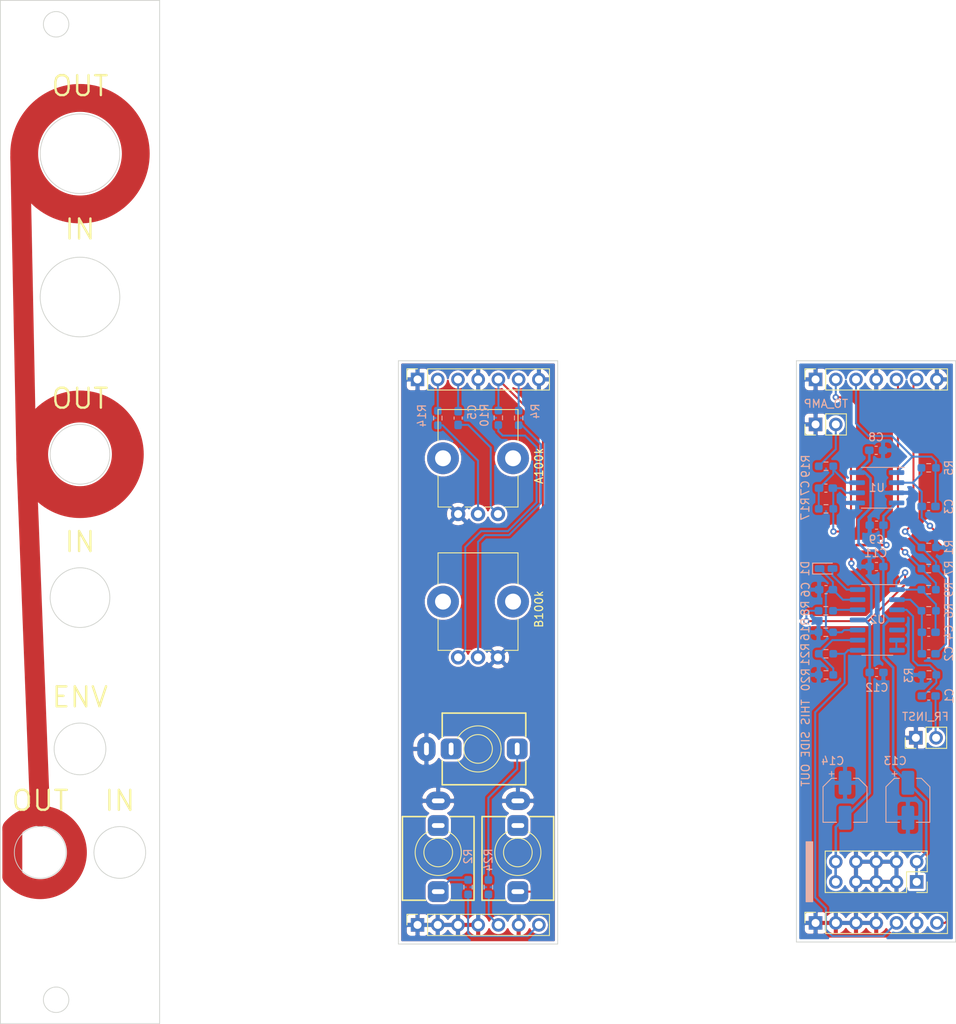
<source format=kicad_pcb>
(kicad_pcb (version 20171130) (host pcbnew "(5.1.10)-1")
  (layers (0 F.Cu signal) (31 B.Cu signal) (34 B.Paste user) (35 F.Paste user) (36 B.SilkS user) (37 F.SilkS user) (38 B.Mask user) (39 F.Mask user) (44 Edge.Cuts user))
  (net 0 "")
  (net 1 "Net-(C1-Pad2)")
  (net 2 "Net-(C1-Pad1)")
  (net 3 "Net-(C2-Pad1)")
  (net 4 "Net-(C4-Pad1)")
  (net 5 OUT_AMP_1_B)
  (net 6 "Net-(C6-Pad2)")
  (net 7 GND)
  (net 8 "Net-(C7-Pad1)")
  (net 9 +12V)
  (net 10 -12V)
  (net 11 "Net-(D1-Pad2)")
  (net 12 "Net-(J2-PadTN)")
  (net 13 GND_P)
  (net 14 FR_MOD_P)
  (net 15 "Net-(J3-PadTN)")
  (net 16 "Net-(J4-Pad2)")
  (net 17 ENV_B)
  (net 18 FR_MOD_B)
  (net 19 ENV_P)
  (net 20 "Net-(J7-PadTN)")
  (net 21 INST_AMP_2_B)
  (net 22 INST_AMP_3_B)
  (net 23 OUT_AMP_2_B)
  (net 24 INST_AMP_2_P)
  (net 25 INST_AMT_3_P)
  (net 26 OUT_AMP_1_P)
  (net 27 OUT_AMP_2_P)
  (net 28 "Net-(R8-Pad2)")
  (net 29 "Net-(R20-Pad2)")
  (net 30 "Net-(U2-Pad6)")
  (net 31 "Net-(U2-Pad5)")
  (net 32 "Net-(C5-Pad2)")
  (net 33 "Net-(J2-PadT)")
  (net 34 "Net-(J7-PadT)")
  (net 35 "Net-(R4-Pad2)")
  (net 36 "Net-(R10-Pad2)")
  (net 37 "Net-(R14-Pad1)")
  (module Resistor_SMD:R_0603_1608Metric_Pad0.98x0.95mm_HandSolder (layer B.Cu) (at 153.6875 129.35 180)
    (fp_text reference R16 (at 2.5875 0.35 90) (layer B.SilkS) (effects (justify mirror)))
    (fp_text value 10k)
    (pad 2 smd roundrect (at 0.9125 0 180) (size 0.975 0.95) (layers B.Cu B.Paste B.Mask) (net 7 GND))
    (pad 1 smd roundrect (at -0.9125 0 180) (size 0.975 0.95) (layers B.Cu B.Paste B.Mask) (net 6 "Net-(C6-Pad2)"))
  )
  (module Resistor_SMD:R_0603_1608Metric_Pad0.98x0.95mm_HandSolder (layer B.Cu) (at 153.6875 126.65)
    (fp_text reference R8 (at -2.5875 -0.3 90) (layer B.SilkS) (effects (justify mirror)))
    (fp_text value 1k)
    (pad 2 smd roundrect (at 0.9125 0) (size 0.975 0.95) (layers B.Cu B.Paste B.Mask) (net 28 "Net-(R8-Pad2)"))
    (pad 1 smd roundrect (at -0.9125 0) (size 0.975 0.95) (layers B.Cu B.Paste B.Mask) (net 4 "Net-(C4-Pad1)"))
  )
  (module Resistor_SMD:R_0603_1608Metric_Pad0.98x0.95mm_HandSolder (layer B.Cu) (at 153.7125 134.7)
    (fp_text reference R20 (at -2.5625 0.6 90) (layer B.SilkS) (effects (justify mirror)))
    (fp_text value 470k)
    (pad 2 smd roundrect (at 0.9125 0) (size 0.975 0.95) (layers B.Cu B.Paste B.Mask) (net 29 "Net-(R20-Pad2)"))
    (pad 1 smd roundrect (at -0.9125 0) (size 0.975 0.95) (layers B.Cu B.Paste B.Mask) (net 7 GND))
  )
  (module Resistor_SMD:R_0603_1608Metric_Pad0.98x0.95mm_HandSolder (layer B.Cu) (at 153.7125 132.05 180)
    (fp_text reference R21 (at 2.6125 -0.1 90) (layer B.SilkS) (effects (justify mirror)))
    (fp_text value 470k)
    (pad 2 smd roundrect (at 0.9125 0 180) (size 0.975 0.95) (layers B.Cu B.Paste B.Mask) (net 29 "Net-(R20-Pad2)"))
    (pad 1 smd roundrect (at -0.9125 0 180) (size 0.975 0.95) (layers B.Cu B.Paste B.Mask) (net 17 ENV_B))
  )
  (module Capacitor_SMD:C_0603_1608Metric_Pad1.08x0.95mm_HandSolder (layer B.Cu) (at 153.7125 124)
    (fp_text reference C6 (at -2.5625 0 90) (layer B.SilkS) (effects (justify mirror)))
    (fp_text value 10u)
    (pad 2 smd roundrect (at 0.8625 0) (size 1.075 0.95) (layers B.Cu B.Paste B.Mask) (net 6 "Net-(C6-Pad2)"))
    (pad 1 smd roundrect (at -0.8625 0) (size 1.075 0.95) (layers B.Cu B.Paste B.Mask) (net 7 GND))
  )
  (module Diode_SMD:D_0603_1608Metric_Castellated (layer B.Cu) (at 153.7125 121.35)
    (fp_text reference D1 (at -2.6125 0 90) (layer B.SilkS) (effects (justify mirror)))
    (fp_text value D)
    (pad 2 smd roundrect (at 0.8125 0) (size 1.225 0.85) (layers B.Cu B.Paste B.Mask) (net 11 "Net-(D1-Pad2)"))
    (pad 1 smd roundrect (at -0.8125 0) (size 1.225 0.85) (layers B.Cu B.Paste B.Mask) (net 6 "Net-(C6-Pad2)"))
  )
  (module Connector_PinSocket_2.54mm:PinSocket_2x05_P2.54mm_Vertical (layer F.Cu) (at 165.1 160.7 270)
    (fp_text reference J8)
    (fp_text value Conn_02x05_Odd_Even)
    (pad 10 thru_hole oval (at -2.54 10.16 270) (size 1.7 1.7) (drill 1) (layers *.Cu *.Mask) (net 10 -12V))
    (pad 9 thru_hole oval (at 0 10.16 270) (size 1.7 1.7) (drill 1) (layers *.Cu *.Mask) (net 10 -12V))
    (pad 8 thru_hole oval (at -2.54 7.62 270) (size 1.7 1.7) (drill 1) (layers *.Cu *.Mask) (net 7 GND))
    (pad 7 thru_hole oval (at 0 7.62 270) (size 1.7 1.7) (drill 1) (layers *.Cu *.Mask) (net 7 GND))
    (pad 6 thru_hole oval (at -2.54 5.08 270) (size 1.7 1.7) (drill 1) (layers *.Cu *.Mask) (net 7 GND))
    (pad 5 thru_hole oval (at 0 5.08 270) (size 1.7 1.7) (drill 1) (layers *.Cu *.Mask) (net 7 GND))
    (pad 4 thru_hole oval (at -2.54 2.54 270) (size 1.7 1.7) (drill 1) (layers *.Cu *.Mask) (net 7 GND))
    (pad 3 thru_hole oval (at 0 2.54 270) (size 1.7 1.7) (drill 1) (layers *.Cu *.Mask) (net 7 GND))
    (pad 2 thru_hole oval (at -2.54 0 270) (size 1.7 1.7) (drill 1) (layers *.Cu *.Mask) (net 9 +12V))
    (pad 1 thru_hole rect (at 0 0 270) (size 1.7 1.7) (drill 1) (layers *.Cu *.Mask) (net 9 +12V))
  )
  (module Capacitor_SMD:CP_Elec_5x5.4 (layer B.Cu) (at 156.1 150.45 270)
    (fp_text reference C14 (at -4.95 1.55) (layer B.SilkS) (effects (justify mirror)))
    (fp_text value 10u)
    (pad 2 smd roundrect (at 2.2 0 270) (size 3 1.6) (layers B.Cu B.Paste B.Mask) (roundrect_rratio 0.15625) (net 10 -12V))
    (pad 1 smd roundrect (at -2.2 0 270) (size 3 1.6) (layers B.Cu B.Paste B.Mask) (roundrect_rratio 0.15625) (net 7 GND))
  )
  (module Capacitor_SMD:CP_Elec_5x5.4 (layer B.Cu) (at 164 150.45 270)
    (fp_text reference C13 (at -4.95 1.6) (layer B.SilkS) (effects (justify mirror)))
    (fp_text value 10u)
    (pad 2 smd roundrect (at 2.2 0 270) (size 3 1.6) (layers B.Cu B.Paste B.Mask) (roundrect_rratio 0.15625) (net 7 GND))
    (pad 1 smd roundrect (at -2.2 0 270) (size 3 1.6) (layers B.Cu B.Paste B.Mask) (roundrect_rratio 0.15625) (net 9 +12V))
  )
  (module Package_SO:SOIC-14_3.9x8.7mm_P1.27mm (layer B.Cu) (at 160.15 127.8 180)
    (fp_text reference U2 (at -0.05 0.05) (layer B.SilkS) (effects (justify mirror)))
    (fp_text value TL074)
    (pad 14 smd roundrect (at 2.475 3.81 180) (size 1.95 0.6) (layers B.Cu B.Paste B.Mask) (net 11 "Net-(D1-Pad2)"))
    (pad 13 smd roundrect (at 2.475 2.54 180) (size 1.95 0.6) (layers B.Cu B.Paste B.Mask) (net 6 "Net-(C6-Pad2)"))
    (pad 12 smd roundrect (at 2.475 1.27 180) (size 1.95 0.6) (layers B.Cu B.Paste B.Mask) (net 28 "Net-(R8-Pad2)"))
    (pad 11 smd roundrect (at 2.475 0 180) (size 1.95 0.6) (layers B.Cu B.Paste B.Mask) (net 10 -12V))
    (pad 10 smd roundrect (at 2.475 -1.27 180) (size 1.95 0.6) (layers B.Cu B.Paste B.Mask) (net 6 "Net-(C6-Pad2)"))
    (pad 9 smd roundrect (at 2.475 -2.54 180) (size 1.95 0.6) (layers B.Cu B.Paste B.Mask) (net 29 "Net-(R20-Pad2)"))
    (pad 8 smd roundrect (at 2.475 -3.81 180) (size 1.95 0.6) (layers B.Cu B.Paste B.Mask) (net 17 ENV_B))
    (pad 7 smd roundrect (at -2.475 -3.81 180) (size 1.95 0.6) (layers B.Cu B.Paste B.Mask) (net 30 "Net-(U2-Pad6)"))
    (pad 6 smd roundrect (at -2.475 -2.54 180) (size 1.95 0.6) (layers B.Cu B.Paste B.Mask) (net 30 "Net-(U2-Pad6)"))
    (pad 5 smd roundrect (at -2.475 -1.27 180) (size 1.95 0.6) (layers B.Cu B.Paste B.Mask) (net 31 "Net-(U2-Pad5)"))
    (pad 4 smd roundrect (at -2.475 0 180) (size 1.95 0.6) (layers B.Cu B.Paste B.Mask) (net 9 +12V))
    (pad 3 smd roundrect (at -2.475 1.27 180) (size 1.95 0.6) (layers B.Cu B.Paste B.Mask) (net 2 "Net-(C1-Pad1)"))
    (pad 2 smd roundrect (at -2.475 2.54 180) (size 1.95 0.6) (layers B.Cu B.Paste B.Mask) (net 3 "Net-(C2-Pad1)"))
    (pad 1 smd roundrect (at -2.475 3.81 180) (size 1.95 0.6) (layers B.Cu B.Paste B.Mask) (net 4 "Net-(C4-Pad1)"))
  )
  (module Package_SO:SOIC-8_3.9x4.9mm_P1.27mm (layer B.Cu) (at 160.1 111.2 180)
    (fp_text reference U1 (at 0 0) (layer B.SilkS) (effects (justify mirror)))
    (fp_text value TL072)
    (pad 8 smd roundrect (at 2.475 1.905 180) (size 1.95 0.6) (layers B.Cu B.Paste B.Mask) (net 9 +12V))
    (pad 7 smd roundrect (at 2.475 0.635 180) (size 1.95 0.6) (layers B.Cu B.Paste B.Mask) (net 8 "Net-(C7-Pad1)"))
    (pad 6 smd roundrect (at 2.475 -0.635 180) (size 1.95 0.6) (layers B.Cu B.Paste B.Mask) (net 23 OUT_AMP_2_B))
    (pad 5 smd roundrect (at 2.475 -1.905 180) (size 1.95 0.6) (layers B.Cu B.Paste B.Mask) (net 7 GND))
    (pad 4 smd roundrect (at -2.475 -1.905 180) (size 1.95 0.6) (layers B.Cu B.Paste B.Mask) (net 10 -12V))
    (pad 3 smd roundrect (at -2.475 -0.635 180) (size 1.95 0.6) (layers B.Cu B.Paste B.Mask) (net 7 GND))
    (pad 2 smd roundrect (at -2.475 0.635 180) (size 1.95 0.6) (layers B.Cu B.Paste B.Mask) (net 18 FR_MOD_B))
    (pad 1 smd roundrect (at -2.475 1.905 180) (size 1.95 0.6) (layers B.Cu B.Paste B.Mask) (net 5 OUT_AMP_1_B))
  )
  (module Potentiometer_THT:Potentiometer_Alps_RK09K_Single_Vertical (layer F.Cu) (at 112.5 114.5 90)
    (fp_text reference RV2)
    (fp_text value A100k (at 6.05 5.15 90) (layer F.SilkS))
    (pad "" np_thru_hole circle (at 7 1.9 90) (size 4 4) (drill 2) (layers *.Cu *.Mask))
    (pad "" np_thru_hole circle (at 7 -6.9 90) (size 4 4) (drill 2) (layers *.Cu *.Mask))
    (pad 1 thru_hole circle (at 0 0 90) (size 1.8 1.8) (drill 1) (layers *.Cu *.Mask) (net 32 "Net-(C5-Pad2)"))
    (pad 2 thru_hole circle (at 0 -2.5 90) (size 1.8 1.8) (drill 1) (layers *.Cu *.Mask) (net 37 "Net-(R14-Pad1)"))
    (pad 3 thru_hole circle (at 0 -5 90) (size 1.8 1.8) (drill 1) (layers *.Cu *.Mask) (net 13 GND_P))
  )
  (module Potentiometer_THT:Potentiometer_Alps_RK09K_Single_Vertical (layer F.Cu) (at 112.5 132.5 90)
    (fp_text reference RV1)
    (fp_text value B100k (at 6.05 5.15 90) (layer F.SilkS))
    (pad "" np_thru_hole circle (at 7 1.9 90) (size 4 4) (drill 2) (layers *.Cu *.Mask))
    (pad "" np_thru_hole circle (at 7 -6.9 90) (size 4 4) (drill 2) (layers *.Cu *.Mask))
    (pad 1 thru_hole circle (at 0 0 90) (size 1.8 1.8) (drill 1) (layers *.Cu *.Mask) (net 13 GND_P))
    (pad 2 thru_hole circle (at 0 -2.5 90) (size 1.8 1.8) (drill 1) (layers *.Cu *.Mask) (net 35 "Net-(R4-Pad2)"))
    (pad 3 thru_hole circle (at 0 -5 90) (size 1.8 1.8) (drill 1) (layers *.Cu *.Mask) (net 36 "Net-(R10-Pad2)"))
  )
  (module Resistor_SMD:R_0603_1608Metric_Pad0.98x0.95mm_HandSolder (layer B.Cu) (at 111.3 161.3625 270)
    (fp_text reference R24 (at -3.4125 0 90) (layer B.SilkS) (effects (justify mirror)))
    (fp_text value 1k)
    (pad 2 smd roundrect (at 0.9125 0 270) (size 0.975 0.95) (layers B.Cu B.Paste B.Mask) (net 19 ENV_P))
    (pad 1 smd roundrect (at -0.9125 0 270) (size 0.975 0.95) (layers B.Cu B.Paste B.Mask) (net 34 "Net-(J7-PadT)"))
  )
  (module Resistor_SMD:R_0603_1608Metric_Pad0.98x0.95mm_HandSolder (layer B.Cu) (at 153.7125 108.5 180)
    (fp_text reference R19 (at 2.5625 0 90) (layer B.SilkS) (effects (justify mirror)))
    (fp_text value 1k)
    (pad 2 smd roundrect (at 0.9125 0 180) (size 0.975 0.95) (layers B.Cu B.Paste B.Mask) (net 16 "Net-(J4-Pad2)"))
    (pad 1 smd roundrect (at -0.9125 0 180) (size 0.975 0.95) (layers B.Cu B.Paste B.Mask) (net 8 "Net-(C7-Pad1)"))
  )
  (module Resistor_SMD:R_0603_1608Metric_Pad0.98x0.95mm_HandSolder (layer B.Cu) (at 153.7125 113.85 180)
    (fp_text reference R17 (at 2.6125 0 90) (layer B.SilkS) (effects (justify mirror)))
    (fp_text value 10k)
    (pad 2 smd roundrect (at 0.9125 0 180) (size 0.975 0.95) (layers B.Cu B.Paste B.Mask) (net 8 "Net-(C7-Pad1)"))
    (pad 1 smd roundrect (at -0.9125 0 180) (size 0.975 0.95) (layers B.Cu B.Paste B.Mask) (net 23 OUT_AMP_2_B))
  )
  (module Resistor_SMD:R_0603_1608Metric_Pad0.98x0.95mm_HandSolder (layer B.Cu) (at 104.95 102.45 90)
    (fp_text reference R14 (at 0.3 -2 90) (layer B.SilkS) (effects (justify mirror)))
    (fp_text value 10k)
    (pad 2 smd roundrect (at 0.9125 0 90) (size 0.975 0.95) (layers B.Cu B.Paste B.Mask) (net 27 OUT_AMP_2_P))
    (pad 1 smd roundrect (at -0.9125 0 90) (size 0.975 0.95) (layers B.Cu B.Paste B.Mask) (net 37 "Net-(R14-Pad1)"))
  )
  (module Resistor_SMD:R_0603_1608Metric_Pad0.98x0.95mm_HandSolder (layer B.Cu) (at 112.55 102.4125 270)
    (fp_text reference R10 (at -0.3125 1.75 90) (layer B.SilkS) (effects (justify mirror)))
    (fp_text value 15k)
    (pad 2 smd roundrect (at 0.9125 0 270) (size 0.975 0.95) (layers B.Cu B.Paste B.Mask) (net 36 "Net-(R10-Pad2)"))
    (pad 1 smd roundrect (at -0.9125 0 270) (size 0.975 0.95) (layers B.Cu B.Paste B.Mask) (net 25 INST_AMT_3_P))
  )
  (module Resistor_SMD:R_0603_1608Metric_Pad0.98x0.95mm_HandSolder (layer B.Cu) (at 166.6 124)
    (fp_text reference R9 (at 2.55 0 90) (layer B.SilkS) (effects (justify mirror)))
    (fp_text value 470R)
    (pad 2 smd roundrect (at 0.9125 0) (size 0.975 0.95) (layers B.Cu B.Paste B.Mask) (net 22 INST_AMP_3_B))
    (pad 1 smd roundrect (at -0.9125 0) (size 0.975 0.95) (layers B.Cu B.Paste B.Mask) (net 4 "Net-(C4-Pad1)"))
  )
  (module Resistor_SMD:R_0603_1608Metric_Pad0.98x0.95mm_HandSolder (layer B.Cu) (at 166.6125 121.35)
    (fp_text reference R7 (at 2.5375 -0.05 90) (layer B.SilkS) (effects (justify mirror)))
    (fp_text value 62k)
    (pad 2 smd roundrect (at 0.9125 0) (size 0.975 0.95) (layers B.Cu B.Paste B.Mask) (net 21 INST_AMP_2_B))
    (pad 1 smd roundrect (at -0.9125 0) (size 0.975 0.95) (layers B.Cu B.Paste B.Mask) (net 22 INST_AMP_3_B))
  )
  (module Resistor_SMD:R_0603_1608Metric_Pad0.98x0.95mm_HandSolder (layer B.Cu) (at 166.6125 126.65)
    (fp_text reference R6 (at 2.5375 0 90) (layer B.SilkS) (effects (justify mirror)))
    (fp_text value 2M2)
    (pad 2 smd roundrect (at 0.9125 0) (size 0.975 0.95) (layers B.Cu B.Paste B.Mask) (net 4 "Net-(C4-Pad1)"))
    (pad 1 smd roundrect (at -0.9125 0) (size 0.975 0.95) (layers B.Cu B.Paste B.Mask) (net 3 "Net-(C2-Pad1)"))
  )
  (module Resistor_SMD:R_0603_1608Metric_Pad0.98x0.95mm_HandSolder (layer B.Cu) (at 166.6125 108.7)
    (fp_text reference R5 (at 2.5375 0 90) (layer B.SilkS) (effects (justify mirror)))
    (fp_text value 39k)
    (pad 2 smd roundrect (at 0.9125 0) (size 0.975 0.95) (layers B.Cu B.Paste B.Mask) (net 5 OUT_AMP_1_B))
    (pad 1 smd roundrect (at -0.9125 0) (size 0.975 0.95) (layers B.Cu B.Paste B.Mask) (net 18 FR_MOD_B))
  )
  (module Resistor_SMD:R_0603_1608Metric_Pad0.98x0.95mm_HandSolder (layer B.Cu) (at 115.1 102.4375 270)
    (fp_text reference R4 (at -0.8375 -2.1 90) (layer B.SilkS) (effects (justify mirror)))
    (fp_text value 3k3)
    (pad 2 smd roundrect (at 0.9125 0 270) (size 0.975 0.95) (layers B.Cu B.Paste B.Mask) (net 35 "Net-(R4-Pad2)"))
    (pad 1 smd roundrect (at -0.9125 0 270) (size 0.975 0.95) (layers B.Cu B.Paste B.Mask) (net 24 INST_AMP_2_P))
  )
  (module Resistor_SMD:R_0603_1608Metric_Pad0.98x0.95mm_HandSolder (layer B.Cu) (at 166.65 134.7)
    (fp_text reference R3 (at -2.55 0.05 90) (layer B.SilkS) (effects (justify mirror)))
    (fp_text value 2M2)
    (pad 2 smd roundrect (at 0.9125 0) (size 0.975 0.95) (layers B.Cu B.Paste B.Mask) (net 2 "Net-(C1-Pad1)"))
    (pad 1 smd roundrect (at -0.9125 0) (size 0.975 0.95) (layers B.Cu B.Paste B.Mask) (net 7 GND))
  )
  (module Resistor_SMD:R_0603_1608Metric_Pad0.98x0.95mm_HandSolder (layer B.Cu) (at 108.75 161.3625 270)
    (fp_text reference R2 (at -3.8625 0 90) (layer B.SilkS) (effects (justify mirror)))
    (fp_text value 100k)
    (pad 2 smd roundrect (at 0.9125 0 270) (size 0.975 0.95) (layers B.Cu B.Paste B.Mask) (net 14 FR_MOD_P))
    (pad 1 smd roundrect (at -0.9125 0 270) (size 0.975 0.95) (layers B.Cu B.Paste B.Mask) (net 33 "Net-(J2-PadT)"))
  )
  (module Resistor_SMD:R_0603_1608Metric_Pad0.98x0.95mm_HandSolder (layer B.Cu) (at 166.6125 118.7)
    (fp_text reference R1 (at 2.5375 0 90) (layer B.SilkS) (effects (justify mirror)))
    (fp_text value 6k8)
    (pad 2 smd roundrect (at 0.9125 0) (size 0.975 0.95) (layers B.Cu B.Paste B.Mask) (net 7 GND))
    (pad 1 smd roundrect (at -0.9125 0) (size 0.975 0.95) (layers B.Cu B.Paste B.Mask) (net 21 INST_AMP_2_B))
  )
  (module Connector_PinSocket_2.54mm:PinSocket_1x07_P2.54mm_Vertical (layer F.Cu) (at 102.4 97.6 90)
    (fp_text reference J10)
    (fp_text value Conn_01x07_Male)
    (pad 7 thru_hole oval (at 0 15.24 90) (size 1.7 1.7) (drill 1) (layers *.Cu *.Mask) (net 13 GND_P))
    (pad 6 thru_hole oval (at 0 12.7 90) (size 1.7 1.7) (drill 1) (layers *.Cu *.Mask) (net 24 INST_AMP_2_P))
    (pad 5 thru_hole oval (at 0 10.16 90) (size 1.7 1.7) (drill 1) (layers *.Cu *.Mask) (net 25 INST_AMT_3_P))
    (pad 4 thru_hole oval (at 0 7.62 90) (size 1.7 1.7) (drill 1) (layers *.Cu *.Mask) (net 13 GND_P))
    (pad 3 thru_hole oval (at 0 5.08 90) (size 1.7 1.7) (drill 1) (layers *.Cu *.Mask) (net 26 OUT_AMP_1_P))
    (pad 2 thru_hole oval (at 0 2.54 90) (size 1.7 1.7) (drill 1) (layers *.Cu *.Mask) (net 27 OUT_AMP_2_P))
    (pad 1 thru_hole rect (at 0 0 90) (size 1.7 1.7) (drill 1) (layers *.Cu *.Mask) (net 13 GND_P))
  )
  (module Connector_PinSocket_2.54mm:PinSocket_1x07_P2.54mm_Vertical (layer F.Cu) (at 152.4 97.6 90)
    (fp_text reference J9)
    (fp_text value Conn_01x07_Female)
    (pad 7 thru_hole oval (at 0 15.24 90) (size 1.7 1.7) (drill 1) (layers *.Cu *.Mask) (net 7 GND))
    (pad 6 thru_hole oval (at 0 12.7 90) (size 1.7 1.7) (drill 1) (layers *.Cu *.Mask) (net 21 INST_AMP_2_B))
    (pad 5 thru_hole oval (at 0 10.16 90) (size 1.7 1.7) (drill 1) (layers *.Cu *.Mask) (net 22 INST_AMP_3_B))
    (pad 4 thru_hole oval (at 0 7.62 90) (size 1.7 1.7) (drill 1) (layers *.Cu *.Mask) (net 7 GND))
    (pad 3 thru_hole oval (at 0 5.08 90) (size 1.7 1.7) (drill 1) (layers *.Cu *.Mask) (net 5 OUT_AMP_1_B))
    (pad 2 thru_hole oval (at 0 2.54 90) (size 1.7 1.7) (drill 1) (layers *.Cu *.Mask) (net 23 OUT_AMP_2_B))
    (pad 1 thru_hole rect (at 0 0 90) (size 1.7 1.7) (drill 1) (layers *.Cu *.Mask) (net 7 GND))
  )
  (module "Thonk Jacks:Jack_3.5mm_QingPu_WQP-PJ398SM_Vertical" (layer F.Cu) (at 110 144 270)
    (fp_text reference J7)
    (fp_text value ENV)
    (pad TN thru_hole roundrect (at 0 3.38 270) (size 2.6 2.6) (drill oval 1.6 0.6) (layers *.Cu *.Mask) (net 20 "Net-(J7-PadTN)"))
    (pad S thru_hole oval (at 0 6.48 270) (size 3.1 2.3) (drill oval 1.6 0.6) (layers *.Cu *.Mask) (net 13 GND_P))
    (pad T thru_hole roundrect (at 0 -4.92 270) (size 2.6 2.6) (drill oval 1.6 0.6) (layers *.Cu *.Mask) (net 34 "Net-(J7-PadT)"))
  )
  (module Connector_PinSocket_2.54mm:PinSocket_1x07_P2.54mm_Vertical (layer F.Cu) (at 102.4 166.1 90)
    (fp_text reference J6)
    (fp_text value Conn_01x07_Male)
    (pad 7 thru_hole oval (at 0 15.24 90) (size 1.7 1.7) (drill 1) (layers *.Cu *.Mask) (net 14 FR_MOD_P))
    (pad 6 thru_hole oval (at 0 12.7 90) (size 1.7 1.7) (drill 1) (layers *.Cu *.Mask) (net 13 GND_P))
    (pad 5 thru_hole oval (at 0 10.16 90) (size 1.7 1.7) (drill 1) (layers *.Cu *.Mask) (net 19 ENV_P))
    (pad 4 thru_hole oval (at 0 7.62 90) (size 1.7 1.7) (drill 1) (layers *.Cu *.Mask) (net 13 GND_P))
    (pad 3 thru_hole oval (at 0 5.08 90) (size 1.7 1.7) (drill 1) (layers *.Cu *.Mask) (net 13 GND_P))
    (pad 2 thru_hole oval (at 0 2.54 90) (size 1.7 1.7) (drill 1) (layers *.Cu *.Mask) (net 13 GND_P))
    (pad 1 thru_hole rect (at 0 0 90) (size 1.7 1.7) (drill 1) (layers *.Cu *.Mask) (net 13 GND_P))
  )
  (module Connector_PinSocket_2.54mm:PinSocket_1x07_P2.54mm_Vertical (layer F.Cu) (at 152.4 165.85 90)
    (fp_text reference J5)
    (fp_text value Conn_01x07_Female)
    (pad 7 thru_hole oval (at 0 15.24 90) (size 1.7 1.7) (drill 1) (layers *.Cu *.Mask) (net 18 FR_MOD_B))
    (pad 6 thru_hole oval (at 0 12.7 90) (size 1.7 1.7) (drill 1) (layers *.Cu *.Mask) (net 7 GND))
    (pad 5 thru_hole oval (at 0 10.16 90) (size 1.7 1.7) (drill 1) (layers *.Cu *.Mask) (net 17 ENV_B))
    (pad 4 thru_hole oval (at 0 7.62 90) (size 1.7 1.7) (drill 1) (layers *.Cu *.Mask) (net 7 GND))
    (pad 3 thru_hole oval (at 0 5.08 90) (size 1.7 1.7) (drill 1) (layers *.Cu *.Mask) (net 7 GND))
    (pad 2 thru_hole oval (at 0 2.54 90) (size 1.7 1.7) (drill 1) (layers *.Cu *.Mask) (net 7 GND))
    (pad 1 thru_hole rect (at 0 0 90) (size 1.7 1.7) (drill 1) (layers *.Cu *.Mask) (net 7 GND))
  )
  (module Connector_PinHeader_2.54mm:PinHeader_1x02_P2.54mm_Vertical (layer F.Cu) (at 152.4 103.25 90)
    (fp_text reference J4)
    (fp_text value TO_AMP (at 2.6 1.3 180) (layer B.SilkS) (effects (justify mirror)))
    (pad 2 thru_hole oval (at 0 2.54 90) (size 1.7 1.7) (drill 1) (layers *.Cu *.Mask) (net 16 "Net-(J4-Pad2)"))
    (pad 1 thru_hole rect (at 0 0 90) (size 1.7 1.7) (drill 1) (layers *.Cu *.Mask) (net 7 GND))
  )
  (module "Thonk Jacks:Jack_3.5mm_QingPu_WQP-PJ398SM_Vertical" (layer F.Cu) (at 115 157 180)
    (fp_text reference J3)
    (fp_text value TO_MOD)
    (pad TN thru_hole roundrect (at 0 3.38 180) (size 2.6 2.6) (drill oval 1.6 0.6) (layers *.Cu *.Mask) (net 15 "Net-(J3-PadTN)"))
    (pad S thru_hole oval (at 0 6.48 180) (size 3.1 2.3) (drill oval 1.6 0.6) (layers *.Cu *.Mask) (net 13 GND_P))
    (pad T thru_hole roundrect (at 0 -4.92 180) (size 2.6 2.6) (drill oval 1.6 0.6) (layers *.Cu *.Mask) (net 25 INST_AMT_3_P))
  )
  (module "Thonk Jacks:Jack_3.5mm_QingPu_WQP-PJ398SM_Vertical" (layer F.Cu) (at 105 157 180)
    (fp_text reference J2)
    (fp_text value FR_MOD)
    (pad TN thru_hole roundrect (at 0 3.38 180) (size 2.6 2.6) (drill oval 1.6 0.6) (layers *.Cu *.Mask) (net 12 "Net-(J2-PadTN)"))
    (pad S thru_hole oval (at 0 6.48 180) (size 3.1 2.3) (drill oval 1.6 0.6) (layers *.Cu *.Mask) (net 13 GND_P))
    (pad T thru_hole roundrect (at 0 -4.92 180) (size 2.6 2.6) (drill oval 1.6 0.6) (layers *.Cu *.Mask) (net 33 "Net-(J2-PadT)"))
  )
  (module Connector_PinHeader_2.54mm:PinHeader_1x02_P2.54mm_Vertical (layer F.Cu) (at 165 142.6 90)
    (fp_text reference J1)
    (fp_text value FR_INST (at 2.65 1.2 180) (layer B.SilkS) (effects (justify mirror)))
    (pad 2 thru_hole oval (at 0 2.54 90) (size 1.7 1.7) (drill 1) (layers *.Cu *.Mask) (net 1 "Net-(C1-Pad2)"))
    (pad 1 thru_hole rect (at 0 0 90) (size 1.7 1.7) (drill 1) (layers *.Cu *.Mask) (net 7 GND))
  )
  (module Capacitor_SMD:C_0603_1608Metric_Pad1.08x0.95mm_HandSolder (layer B.Cu) (at 160.0625 134.4)
    (fp_text reference C12 (at 0.0375 1.9) (layer B.SilkS) (effects (justify mirror)))
    (fp_text value 100n)
    (pad 2 smd roundrect (at 0.8625 0) (size 1.075 0.95) (layers B.Cu B.Paste B.Mask) (net 7 GND))
    (pad 1 smd roundrect (at -0.8625 0) (size 1.075 0.95) (layers B.Cu B.Paste B.Mask) (net 10 -12V))
  )
  (module Capacitor_SMD:C_0603_1608Metric_Pad1.08x0.95mm_HandSolder (layer B.Cu) (at 160.05 121.1)
    (fp_text reference C11 (at -0.1 -1.7) (layer B.SilkS) (effects (justify mirror)))
    (fp_text value 100n)
    (pad 2 smd roundrect (at 0.8625 0) (size 1.075 0.95) (layers B.Cu B.Paste B.Mask) (net 9 +12V))
    (pad 1 smd roundrect (at -0.8625 0) (size 1.075 0.95) (layers B.Cu B.Paste B.Mask) (net 7 GND))
  )
  (module Capacitor_SMD:C_0603_1608Metric_Pad1.08x0.95mm_HandSolder (layer B.Cu) (at 160.0625 115.9 180)
    (fp_text reference C9 (at 0.0125 -1.8) (layer B.SilkS) (effects (justify mirror)))
    (fp_text value 100n)
    (pad 2 smd roundrect (at 0.8625 0 180) (size 1.075 0.95) (layers B.Cu B.Paste B.Mask) (net 7 GND))
    (pad 1 smd roundrect (at -0.8625 0 180) (size 1.075 0.95) (layers B.Cu B.Paste B.Mask) (net 10 -12V))
  )
  (module Capacitor_SMD:C_0603_1608Metric_Pad1.08x0.95mm_HandSolder (layer B.Cu) (at 160.0125 106.5 180)
    (fp_text reference C8 (at 0.0125 1.65) (layer B.SilkS) (effects (justify mirror)))
    (fp_text value 100n)
    (pad 2 smd roundrect (at 0.8625 0 180) (size 1.075 0.95) (layers B.Cu B.Paste B.Mask) (net 9 +12V))
    (pad 1 smd roundrect (at -0.8625 0 180) (size 1.075 0.95) (layers B.Cu B.Paste B.Mask) (net 7 GND))
  )
  (module Capacitor_SMD:C_0603_1608Metric_Pad1.08x0.95mm_HandSolder (layer B.Cu) (at 153.7 111.25)
    (fp_text reference C7 (at -2.6 0 90) (layer B.SilkS) (effects (justify mirror)))
    (fp_text value 10p)
    (pad 2 smd roundrect (at 0.8625 0) (size 1.075 0.95) (layers B.Cu B.Paste B.Mask) (net 23 OUT_AMP_2_B))
    (pad 1 smd roundrect (at -0.8625 0) (size 1.075 0.95) (layers B.Cu B.Paste B.Mask) (net 8 "Net-(C7-Pad1)"))
  )
  (module Capacitor_SMD:C_0603_1608Metric_Pad1.08x0.95mm_HandSolder (layer B.Cu) (at 107.5 102.45 270)
    (fp_text reference C5 (at -0.75 -1.75 90) (layer B.SilkS) (effects (justify mirror)))
    (fp_text value 10u)
    (pad 2 smd roundrect (at 0.8625 0 270) (size 1.075 0.95) (layers B.Cu B.Paste B.Mask) (net 32 "Net-(C5-Pad2)"))
    (pad 1 smd roundrect (at -0.8625 0 270) (size 1.075 0.95) (layers B.Cu B.Paste B.Mask) (net 26 OUT_AMP_1_P))
  )
  (module Capacitor_SMD:C_0603_1608Metric_Pad1.08x0.95mm_HandSolder (layer B.Cu) (at 166.6125 129.35 180)
    (fp_text reference C4 (at -2.5375 0 90) (layer B.SilkS) (effects (justify mirror)))
    (fp_text value 100p)
    (pad 2 smd roundrect (at 0.8625 0 180) (size 1.075 0.95) (layers B.Cu B.Paste B.Mask) (net 3 "Net-(C2-Pad1)"))
    (pad 1 smd roundrect (at -0.8625 0 180) (size 1.075 0.95) (layers B.Cu B.Paste B.Mask) (net 4 "Net-(C4-Pad1)"))
  )
  (module Capacitor_SMD:C_0603_1608Metric_Pad1.08x0.95mm_HandSolder (layer B.Cu) (at 166.6 113.55 180)
    (fp_text reference C3 (at -2.55 0 90) (layer B.SilkS) (effects (justify mirror)))
    (fp_text value 10p)
    (pad 2 smd roundrect (at 0.8625 0 180) (size 1.075 0.95) (layers B.Cu B.Paste B.Mask) (net 18 FR_MOD_B))
    (pad 1 smd roundrect (at -0.8625 0 180) (size 1.075 0.95) (layers B.Cu B.Paste B.Mask) (net 5 OUT_AMP_1_B))
  )
  (module Capacitor_SMD:C_0603_1608Metric_Pad1.08x0.95mm_HandSolder (layer B.Cu) (at 166.6125 132.05)
    (fp_text reference C2 (at 2.5375 0 90) (layer B.SilkS) (effects (justify mirror)))
    (fp_text value 4.7u)
    (pad 2 smd roundrect (at 0.8625 0) (size 1.075 0.95) (layers B.Cu B.Paste B.Mask) (net 21 INST_AMP_2_B))
    (pad 1 smd roundrect (at -0.8625 0) (size 1.075 0.95) (layers B.Cu B.Paste B.Mask) (net 3 "Net-(C2-Pad1)"))
  )
  (module Capacitor_SMD:C_0603_1608Metric_Pad1.08x0.95mm_HandSolder (layer B.Cu) (at 166.6125 137.35)
    (fp_text reference C1 (at 2.5875 0 90) (layer B.SilkS) (effects (justify mirror)))
    (fp_text value 47n)
    (pad 2 smd roundrect (at 0.8625 0) (size 1.075 0.95) (layers B.Cu B.Paste B.Mask) (net 1 "Net-(C1-Pad2)"))
    (pad 1 smd roundrect (at -0.8625 0) (size 1.075 0.95) (layers B.Cu B.Paste B.Mask) (net 2 "Net-(C1-Pad1)"))
  )
  (gr_line (start 53.25 107.5) (end 55 152.5) (layer F.Cu) (width 2.5))
  (gr_line (start 52.5 69.75) (end 53.25 107) (layer F.Cu) (width 2.5))
  (gr_text OUT (at 60 100) (layer F.SilkS) (effects (font (size 2.5 2.5) (thickness 0.3))))
  (gr_line (start 51.5 154) (end 51.5 160) (layer F.Cu) (width 2.5))
  (gr_arc (start 55 157) (end 51.5 154) (angle 278.7974107) (layer F.Cu) (width 2.5))
  (gr_circle (center 60 69.25) (end 67.004463 69.25) (layer F.Cu) (width 3.5))
  (gr_circle (center 60 107) (end 66 106.75) (layer F.Cu) (width 4))
  (gr_text IN (at 60 78.75) (layer F.SilkS) (effects (font (size 2.5 2.5) (thickness 0.3))))
  (gr_text IN (at 60 118) (layer F.SilkS) (effects (font (size 2.5 2.5) (thickness 0.3))))
  (gr_text ENV (at 60 137.5) (layer F.SilkS) (effects (font (size 2.5 2.5) (thickness 0.3))))
  (gr_text IN (at 65 150.5) (layer F.SilkS) (effects (font (size 2.5 2.5) (thickness 0.3))))
  (gr_text OUT (at 55 150.5) (layer F.SilkS) (effects (font (size 2.5 2.5) (thickness 0.3))))
  (gr_text OUT (at 60 60.75) (layer F.SilkS) (effects (font (size 2.5 2.5) (thickness 0.3))))
  (gr_text "THIS SIDE OUT" (at 151.15 143.25 90) (layer B.SilkS) (effects (font (size 1 1)) (justify mirror)))
  (gr_poly (pts (xy 152.05 163.2) (xy 151.2 163.2) (xy 151.2 155.65) (xy 152.05 155.65)) (layer B.SilkS) (width 0.1))
  (gr_line (start 150 168.25) (end 150 95.25) (layer Edge.Cuts) (width 0.1))
  (gr_line (start 170 168.25) (end 150 168.25) (layer Edge.Cuts) (width 0.1))
  (gr_line (start 170 95.25) (end 170 168.25) (layer Edge.Cuts) (width 0.1))
  (gr_line (start 150 95.25) (end 170 95.25) (layer Edge.Cuts) (width 0.1))
  (gr_line (start 100 168.5) (end 100 95.25) (layer Edge.Cuts) (width 0.1))
  (gr_line (start 120 168.5) (end 100 168.5) (layer Edge.Cuts) (width 0.1))
  (gr_line (start 120 95.25) (end 120 168.5) (layer Edge.Cuts) (width 0.1))
  (gr_line (start 100 95.25) (end 120 95.25) (layer Edge.Cuts) (width 0.1))
  (gr_circle (center 57 175.5) (end 58.6 175.5) (layer Edge.Cuts) (width 0.1))
  (gr_circle (center 57 53) (end 58.6 53) (layer Edge.Cuts) (width 0.1))
  (gr_circle (center 65 157) (end 68.25 157) (layer Edge.Cuts) (width 0.1))
  (gr_circle (center 55 157) (end 58.25 157) (layer Edge.Cuts) (width 0.1))
  (gr_circle (center 60 144) (end 63.25 144) (layer Edge.Cuts) (width 0.1))
  (gr_circle (center 60 125) (end 63.75 125) (layer Edge.Cuts) (width 0.1))
  (gr_circle (center 60 107) (end 63.75 107) (layer Edge.Cuts) (width 0.1))
  (gr_circle (center 60 87.25) (end 65 87.25) (layer Edge.Cuts) (width 0.1))
  (gr_circle (center 60 69.25) (end 65 69.25) (layer Edge.Cuts) (width 0.1))
  (gr_line (start 50 50) (end 50 178.5) (layer Edge.Cuts) (width 0.1))
  (gr_line (start 50 178.5) (end 70 178.5) (layer Edge.Cuts) (width 0.1))
  (gr_line (start 70 50) (end 70 178.5) (layer Edge.Cuts) (width 0.1))
  (gr_line (start 50 50) (end 70 50) (layer Edge.Cuts) (width 0.1))
  (segment (start 167.475 142.535) (end 167.54 142.6) (width 0.25) (layer B.Cu) (net 1))
  (segment (start 167.475 137.35) (end 167.475 142.535) (width 0.25) (layer B.Cu) (net 1))
  (segment (start 164.65 127.35) (end 163.83 126.53) (width 0.25) (layer B.Cu) (net 2))
  (segment (start 163.83 126.53) (end 162.625 126.53) (width 0.25) (layer B.Cu) (net 2))
  (segment (start 165.75 137.35) (end 165.9 137.35) (width 0.25) (layer B.Cu) (net 2))
  (segment (start 167.5625 135.6875) (end 167.5625 134.7) (width 0.25) (layer B.Cu) (net 2))
  (segment (start 165.9 137.35) (end 167.5625 135.6875) (width 0.25) (layer B.Cu) (net 2))
  (segment (start 167.5625 134.7) (end 167.5625 134.3125) (width 0.25) (layer B.Cu) (net 2))
  (segment (start 167.5625 134.3125) (end 166.75 133.5) (width 0.25) (layer B.Cu) (net 2))
  (segment (start 165.25 133.5) (end 164.65 132.9) (width 0.25) (layer B.Cu) (net 2))
  (segment (start 166.75 133.5) (end 165.25 133.5) (width 0.25) (layer B.Cu) (net 2))
  (segment (start 164.65 132.9) (end 164.65 127.35) (width 0.25) (layer B.Cu) (net 2))
  (segment (start 165.65 132.1) (end 165.7 132.05) (width 0.25) (layer B.Cu) (net 3))
  (segment (start 165.75 126.7) (end 165.7 126.65) (width 0.25) (layer B.Cu) (net 3))
  (segment (start 165.75 129.35) (end 165.75 126.7) (width 0.25) (layer B.Cu) (net 3))
  (segment (start 162.55 125.27) (end 163.18 125.27) (width 0.25) (layer B.Cu) (net 3))
  (segment (start 165.75 132.05) (end 165.75 129.35) (width 0.25) (layer B.Cu) (net 3))
  (segment (start 164.57 125.52) (end 165.7 126.65) (width 0.25) (layer B.Cu) (net 3))
  (segment (start 164.31 125.26) (end 164.57 125.52) (width 0.25) (layer B.Cu) (net 3))
  (segment (start 162.625 125.26) (end 164.31 125.26) (width 0.25) (layer B.Cu) (net 3))
  (segment (start 167.525 125.8375) (end 165.6875 124) (width 0.25) (layer B.Cu) (net 4))
  (segment (start 167.525 126.65) (end 167.525 125.8375) (width 0.25) (layer B.Cu) (net 4))
  (segment (start 167.475 126.7) (end 167.525 126.65) (width 0.25) (layer B.Cu) (net 4))
  (segment (start 167.475 129.35) (end 167.475 126.7) (width 0.25) (layer B.Cu) (net 4))
  (segment (start 165.4375 124.25) (end 165.6875 124) (width 0.25) (layer B.Cu) (net 4))
  (segment (start 162.55 124) (end 165.9375 124) (width 0.25) (layer B.Cu) (net 4))
  (segment (start 162.55 124) (end 162.55 122.95) (width 0.25) (layer B.Cu) (net 4))
  (segment (start 162.55 122.95) (end 163.65 121.85) (width 0.25) (layer B.Cu) (net 4))
  (segment (start 163.65 121.85) (end 163.65 121.85) (width 0.25) (layer B.Cu) (net 4))
  (via (at 163.65 121.85) (size 0.8) (drill 0.4) (layers F.Cu B.Cu) (net 4))
  (via (at 151.25 127.95) (size 0.8) (drill 0.4) (layers F.Cu B.Cu) (net 4))
  (segment (start 151.25 127.95) (end 151.25 127) (width 0.25) (layer B.Cu) (net 4))
  (segment (start 151.6 126.65) (end 152.775 126.65) (width 0.25) (layer B.Cu) (net 4))
  (segment (start 151.25 127) (end 151.6 126.65) (width 0.25) (layer B.Cu) (net 4))
  (segment (start 163.65 123.35) (end 163.65 121.85) (width 0.25) (layer F.Cu) (net 4))
  (segment (start 159.05 127.95) (end 163.65 123.35) (width 0.25) (layer F.Cu) (net 4))
  (segment (start 151.25 127.95) (end 159.05 127.95) (width 0.25) (layer F.Cu) (net 4))
  (segment (start 167.4625 108.7625) (end 167.525 108.7) (width 0.25) (layer B.Cu) (net 5))
  (segment (start 167.4625 113.55) (end 167.4625 108.7625) (width 0.25) (layer B.Cu) (net 5))
  (segment (start 162.575 109.295) (end 164.57 107.3) (width 0.25) (layer B.Cu) (net 5))
  (segment (start 164.57 107.3) (end 166.95 107.3) (width 0.25) (layer B.Cu) (net 5))
  (segment (start 167.525 107.875) (end 167.525 108.7) (width 0.25) (layer B.Cu) (net 5))
  (segment (start 166.95 107.3) (end 167.525 107.875) (width 0.25) (layer B.Cu) (net 5))
  (segment (start 157.48 97.6) (end 157.48 103.13) (width 0.25) (layer B.Cu) (net 5))
  (segment (start 157.48 103.13) (end 159.05 104.7) (width 0.25) (layer B.Cu) (net 5))
  (segment (start 161.97 104.7) (end 164.57 107.3) (width 0.25) (layer B.Cu) (net 5))
  (segment (start 159.05 104.7) (end 161.97 104.7) (width 0.25) (layer B.Cu) (net 5))
  (segment (start 157.58 129.1) (end 157.6 129.08) (width 0.25) (layer B.Cu) (net 6))
  (segment (start 154.575 124) (end 154.575 124.075) (width 0.25) (layer B.Cu) (net 6))
  (segment (start 154.575 124) (end 154.575 123.025) (width 0.25) (layer B.Cu) (net 6))
  (segment (start 154.575 123.025) (end 152.9 121.35) (width 0.25) (layer B.Cu) (net 6))
  (segment (start 154.575 124) (end 154.575 124.225) (width 0.25) (layer B.Cu) (net 6))
  (segment (start 153.7 124.5) (end 153.7 128.95) (width 0.25) (layer B.Cu) (net 6))
  (segment (start 154.575 124) (end 154.2 124) (width 0.25) (layer B.Cu) (net 6))
  (segment (start 153.7 128.95) (end 154.1 129.35) (width 0.25) (layer B.Cu) (net 6))
  (segment (start 154.1 129.35) (end 154.6 129.35) (width 0.25) (layer B.Cu) (net 6))
  (segment (start 154.2 124) (end 153.7 124.5) (width 0.25) (layer B.Cu) (net 6))
  (segment (start 155.835 125.26) (end 154.575 124) (width 0.25) (layer B.Cu) (net 6))
  (segment (start 157.675 125.26) (end 155.835 125.26) (width 0.25) (layer B.Cu) (net 6))
  (segment (start 154.6 129.35) (end 155.7 129.35) (width 0.25) (layer B.Cu) (net 6))
  (segment (start 155.98 129.07) (end 157.675 129.07) (width 0.25) (layer B.Cu) (net 6))
  (segment (start 155.7 129.35) (end 155.98 129.07) (width 0.25) (layer B.Cu) (net 6))
  (segment (start 165.75 134.7125) (end 165.7375 134.7) (width 0.25) (layer B.Cu) (net 7))
  (segment (start 165.7375 134.7) (end 165.7 134.7) (width 0.25) (layer B.Cu) (net 7))
  (segment (start 152.8 111.2875) (end 152.8375 111.25) (width 0.25) (layer B.Cu) (net 8))
  (segment (start 152.8 113.85) (end 152.8 111.2875) (width 0.25) (layer B.Cu) (net 8))
  (segment (start 154.625 109.4625) (end 152.8375 111.25) (width 0.25) (layer B.Cu) (net 8))
  (segment (start 154.625 108.5) (end 154.625 109.4625) (width 0.25) (layer B.Cu) (net 8))
  (segment (start 154.625 108.5) (end 154.625 108.925) (width 0.25) (layer B.Cu) (net 8))
  (segment (start 156.265 110.565) (end 157.625 110.565) (width 0.25) (layer B.Cu) (net 8))
  (segment (start 154.625 108.925) (end 156.265 110.565) (width 0.25) (layer B.Cu) (net 8))
  (segment (start 159.15 107.77) (end 157.625 109.295) (width 0.32) (layer B.Cu) (net 9))
  (segment (start 159.15 106.5) (end 159.15 107.77) (width 0.32) (layer B.Cu) (net 9))
  (segment (start 162.55 127.81) (end 161.71 127.81) (width 0.32) (layer B.Cu) (net 9))
  (segment (start 160.9125 127.0125) (end 160.9125 121.1) (width 0.32) (layer B.Cu) (net 9))
  (segment (start 161.71 127.81) (end 160.9125 127.0125) (width 0.32) (layer B.Cu) (net 9))
  (segment (start 165.08 160) (end 165.08 157.46) (width 0.32) (layer B.Cu) (net 9))
  (segment (start 165.1 158.16) (end 166.3 156.96) (width 0.32) (layer B.Cu) (net 9))
  (segment (start 166.3 150.55) (end 164 148.25) (width 0.32) (layer B.Cu) (net 9))
  (segment (start 166.3 156.96) (end 166.3 150.55) (width 0.32) (layer B.Cu) (net 9))
  (segment (start 164 148.25) (end 162.15 146.4) (width 0.32) (layer B.Cu) (net 9))
  (segment (start 162.15 146.4) (end 162.15 133.8) (width 0.32) (layer B.Cu) (net 9))
  (segment (start 162.15 133.8) (end 160.95 132.6) (width 0.32) (layer B.Cu) (net 9))
  (segment (start 161.65 127.8) (end 162.625 127.8) (width 0.32) (layer B.Cu) (net 9))
  (segment (start 160.95 128.5) (end 161.65 127.8) (width 0.32) (layer B.Cu) (net 9))
  (segment (start 160.95 132.6) (end 160.95 128.5) (width 0.32) (layer B.Cu) (net 9))
  (segment (start 160.9125 121.1) (end 160.9125 120.2625) (width 0.32) (layer B.Cu) (net 9))
  (segment (start 160.9125 120.2625) (end 159.75 119.1) (width 0.32) (layer B.Cu) (net 9))
  (segment (start 159.75 119.1) (end 158.75 119.1) (width 0.32) (layer B.Cu) (net 9))
  (segment (start 158.75 119.1) (end 157.8 118.15) (width 0.32) (layer B.Cu) (net 9))
  (segment (start 157.8 118.15) (end 157.8 115.25) (width 0.32) (layer B.Cu) (net 9))
  (segment (start 157.8 115.25) (end 159.3 113.75) (width 0.32) (layer B.Cu) (net 9))
  (segment (start 158.6 109.295) (end 157.625 109.295) (width 0.32) (layer B.Cu) (net 9))
  (segment (start 159.3 109.995) (end 158.6 109.295) (width 0.32) (layer B.Cu) (net 9))
  (segment (start 159.3 113.75) (end 159.3 109.995) (width 0.32) (layer B.Cu) (net 9))
  (segment (start 154.92 160) (end 154.92 157.46) (width 0.32) (layer B.Cu) (net 10))
  (segment (start 160.925 114.755) (end 162.575 113.105) (width 0.32) (layer B.Cu) (net 10))
  (segment (start 160.925 115.9) (end 160.925 114.755) (width 0.32) (layer B.Cu) (net 10))
  (segment (start 157.6 127.81) (end 158.61 127.81) (width 0.32) (layer B.Cu) (net 10))
  (segment (start 159.2 128.4) (end 159.2 134.4) (width 0.32) (layer B.Cu) (net 10))
  (segment (start 158.61 127.81) (end 159.2 128.4) (width 0.32) (layer B.Cu) (net 10))
  (segment (start 154.94 153.81) (end 156.1 152.65) (width 0.32) (layer B.Cu) (net 10))
  (segment (start 154.94 158.16) (end 154.94 153.81) (width 0.32) (layer B.Cu) (net 10))
  (segment (start 159.2 149.55) (end 159.2 134.4) (width 0.32) (layer B.Cu) (net 10))
  (segment (start 156.1 152.65) (end 159.2 149.55) (width 0.32) (layer B.Cu) (net 10))
  (segment (start 157.675 127.8) (end 158.65 127.8) (width 0.32) (layer B.Cu) (net 10))
  (segment (start 158.65 127.8) (end 159.4 127.05) (width 0.32) (layer B.Cu) (net 10))
  (segment (start 159.4 127.05) (end 159.4 123.65) (width 0.32) (layer B.Cu) (net 10))
  (segment (start 159.4 123.65) (end 156.9 121.15) (width 0.32) (layer B.Cu) (net 10))
  (segment (start 156.9 121.15) (end 156.9 120.7) (width 0.32) (layer B.Cu) (net 10))
  (segment (start 160.925 115.9) (end 160.925 118.025) (width 0.32) (layer B.Cu) (net 10))
  (segment (start 160.925 118.025) (end 161.3 118.4) (width 0.32) (layer B.Cu) (net 10))
  (segment (start 156.9 120.7) (end 156.9 120.7) (width 0.32) (layer B.Cu) (net 10))
  (via (at 156.9 120.7) (size 0.8) (drill 0.4) (layers F.Cu B.Cu) (net 10))
  (segment (start 161.3 118.4) (end 161.3 118.4) (width 0.32) (layer B.Cu) (net 10))
  (via (at 161.3 118.4) (size 0.8) (drill 0.4) (layers F.Cu B.Cu) (net 10))
  (segment (start 156.9 120.7) (end 156.9 119.05) (width 0.32) (layer F.Cu) (net 10))
  (segment (start 157.55 118.4) (end 161.3 118.4) (width 0.32) (layer F.Cu) (net 10))
  (segment (start 156.9 119.05) (end 157.55 118.4) (width 0.32) (layer F.Cu) (net 10))
  (segment (start 154.525 122.225) (end 154.525 121.35) (width 0.25) (layer B.Cu) (net 11))
  (segment (start 156.29 123.99) (end 154.525 122.225) (width 0.25) (layer B.Cu) (net 11))
  (segment (start 157.675 123.99) (end 156.29 123.99) (width 0.25) (layer B.Cu) (net 11))
  (segment (start 117.64 166.1) (end 116.24 167.5) (width 0.25) (layer B.Cu) (net 14))
  (segment (start 116.24 167.5) (end 109.15 167.5) (width 0.25) (layer B.Cu) (net 14))
  (segment (start 108.844999 162.369999) (end 108.75 162.275) (width 0.25) (layer B.Cu) (net 14))
  (segment (start 108.75 167.1) (end 109.15 167.5) (width 0.25) (layer B.Cu) (net 14))
  (segment (start 108.75 162.275) (end 108.75 167.1) (width 0.25) (layer B.Cu) (net 14))
  (segment (start 154.94 106.36) (end 152.8 108.5) (width 0.25) (layer B.Cu) (net 16))
  (segment (start 154.94 103.25) (end 154.94 106.36) (width 0.25) (layer B.Cu) (net 16))
  (segment (start 154.625 132.05) (end 154.7 132.05) (width 0.25) (layer B.Cu) (net 17))
  (segment (start 157.675 131.61) (end 156.49 131.61) (width 0.25) (layer B.Cu) (net 17))
  (segment (start 156.05 132.05) (end 154.625 132.05) (width 0.25) (layer B.Cu) (net 17))
  (segment (start 156.49 131.61) (end 156.05 132.05) (width 0.25) (layer B.Cu) (net 17))
  (segment (start 162.56 165.85) (end 160.91 167.5) (width 0.25) (layer B.Cu) (net 17))
  (segment (start 160.91 167.5) (end 154.5 167.5) (width 0.25) (layer B.Cu) (net 17))
  (segment (start 154.5 167.5) (end 153.7 166.7) (width 0.25) (layer B.Cu) (net 17))
  (segment (start 153.7 166.7) (end 153.7 164) (width 0.25) (layer B.Cu) (net 17))
  (segment (start 153.7 164) (end 152.35 162.65) (width 0.25) (layer B.Cu) (net 17))
  (segment (start 152.35 162.65) (end 152.35 139.4) (width 0.25) (layer B.Cu) (net 17))
  (segment (start 156.05 135.7) (end 156.05 132.05) (width 0.25) (layer B.Cu) (net 17))
  (segment (start 152.35 139.4) (end 156.05 135.7) (width 0.25) (layer B.Cu) (net 17))
  (segment (start 165.7375 113.55) (end 165.7375 111.6875) (width 0.25) (layer B.Cu) (net 18))
  (segment (start 164.615 110.565) (end 162.575 110.565) (width 0.25) (layer B.Cu) (net 18))
  (segment (start 165.7375 111.6875) (end 164.615 110.565) (width 0.25) (layer B.Cu) (net 18))
  (segment (start 165.7 109.48) (end 164.615 110.565) (width 0.25) (layer B.Cu) (net 18))
  (segment (start 165.7 108.7) (end 165.7 109.48) (width 0.25) (layer B.Cu) (net 18))
  (segment (start 165.7375 114.9625) (end 165.7375 113.55) (width 0.25) (layer B.Cu) (net 18))
  (segment (start 166.7625 115.9875) (end 165.7375 114.9625) (width 0.25) (layer B.Cu) (net 18))
  (via (at 166.7625 115.9875) (size 0.8) (drill 0.4) (layers F.Cu B.Cu) (net 18))
  (segment (start 167.64 165.85) (end 168.65 165.85) (width 0.25) (layer F.Cu) (net 18))
  (segment (start 168.65 165.85) (end 169.25 165.25) (width 0.25) (layer F.Cu) (net 18))
  (segment (start 169.25 118.475) (end 166.7625 115.9875) (width 0.25) (layer F.Cu) (net 18))
  (segment (start 169.25 165.25) (end 169.25 118.475) (width 0.25) (layer F.Cu) (net 18))
  (segment (start 112.56 166.1) (end 111.35 164.89) (width 0.25) (layer B.Cu) (net 19))
  (segment (start 111.35 162.325) (end 111.3 162.275) (width 0.25) (layer B.Cu) (net 19))
  (segment (start 111.35 164.89) (end 111.35 162.325) (width 0.25) (layer B.Cu) (net 19))
  (segment (start 167.525 120.525) (end 165.7 118.7) (width 0.25) (layer B.Cu) (net 21))
  (segment (start 167.525 121.35) (end 167.525 120.525) (width 0.25) (layer B.Cu) (net 21))
  (segment (start 167.475 132.05) (end 167.55 132.05) (width 0.25) (layer B.Cu) (net 21))
  (segment (start 167.55 132.05) (end 168.8 130.8) (width 0.25) (layer B.Cu) (net 21))
  (segment (start 168.8 122.625) (end 167.525 121.35) (width 0.25) (layer B.Cu) (net 21))
  (segment (start 168.8 130.8) (end 168.8 122.625) (width 0.25) (layer B.Cu) (net 21))
  (segment (start 165.7 118.7) (end 163.55 116.55) (width 0.25) (layer B.Cu) (net 21))
  (segment (start 163.55 116.55) (end 163.55 116.55) (width 0.25) (layer B.Cu) (net 21))
  (via (at 163.65 116.7) (size 0.8) (drill 0.4) (layers F.Cu B.Cu) (net 21))
  (segment (start 163.65 116.7) (end 164.7 115.65) (width 0.25) (layer F.Cu) (net 21))
  (segment (start 164.7 98) (end 165.1 97.6) (width 0.25) (layer F.Cu) (net 21))
  (segment (start 164.7 115.65) (end 164.7 98) (width 0.25) (layer F.Cu) (net 21))
  (segment (start 167.5125 123.1625) (end 165.7 121.35) (width 0.25) (layer B.Cu) (net 22))
  (segment (start 167.5125 124) (end 167.5125 123.1625) (width 0.25) (layer B.Cu) (net 22))
  (segment (start 165.7 121.35) (end 163.6 119.25) (width 0.25) (layer B.Cu) (net 22))
  (segment (start 163.6 119.25) (end 163.6 119.25) (width 0.25) (layer B.Cu) (net 22))
  (via (at 163.65 119.3) (size 0.8) (drill 0.4) (layers F.Cu B.Cu) (net 22))
  (segment (start 163.65 119.3) (end 162.75 118.4) (width 0.25) (layer F.Cu) (net 22))
  (segment (start 162.75 97.79) (end 162.56 97.6) (width 0.25) (layer F.Cu) (net 22))
  (segment (start 162.75 118.4) (end 162.75 97.79) (width 0.25) (layer F.Cu) (net 22))
  (via (at 154.65 116.7) (size 0.8) (drill 0.4) (layers F.Cu B.Cu) (net 23))
  (segment (start 154.625 111.3125) (end 154.5625 111.25) (width 0.25) (layer B.Cu) (net 23))
  (segment (start 154.625 113.85) (end 154.625 111.3125) (width 0.25) (layer B.Cu) (net 23))
  (segment (start 157.625 111.835) (end 156.235 111.835) (width 0.25) (layer B.Cu) (net 23))
  (segment (start 156.235 111.835) (end 155.65 111.25) (width 0.25) (layer B.Cu) (net 23))
  (segment (start 154.94 97.6) (end 154.94 99.84) (width 0.25) (layer B.Cu) (net 23))
  (segment (start 154.94 99.84) (end 154.94 99.84) (width 0.25) (layer B.Cu) (net 23))
  (via (at 154.94 99.84) (size 0.8) (drill 0.4) (layers F.Cu B.Cu) (net 23))
  (segment (start 154.625 116.675) (end 154.65 116.7) (width 0.25) (layer B.Cu) (net 23))
  (segment (start 154.625 113.85) (end 154.625 116.675) (width 0.25) (layer B.Cu) (net 23))
  (segment (start 154.5625 111.25) (end 155.65 111.25) (width 0.25) (layer B.Cu) (net 23))
  (segment (start 155.54 99.84) (end 154.94 99.84) (width 0.25) (layer F.Cu) (net 23))
  (segment (start 156.85 101.15) (end 155.54 99.84) (width 0.25) (layer F.Cu) (net 23))
  (segment (start 156.85 115.85) (end 156.85 101.15) (width 0.25) (layer F.Cu) (net 23))
  (segment (start 156 116.7) (end 156.85 115.85) (width 0.25) (layer F.Cu) (net 23))
  (segment (start 154.65 116.7) (end 156 116.7) (width 0.25) (layer F.Cu) (net 23))
  (segment (start 115.1 97.6) (end 115.1 101.525) (width 0.25) (layer B.Cu) (net 24))
  (segment (start 112.56 101.49) (end 112.55 101.5) (width 0.25) (layer B.Cu) (net 25))
  (segment (start 112.56 97.6) (end 112.56 101.49) (width 0.25) (layer B.Cu) (net 25))
  (segment (start 117.23 102.27) (end 112.56 97.6) (width 0.25) (layer F.Cu) (net 25))
  (segment (start 118.15 103.19) (end 117.23 102.27) (width 0.25) (layer F.Cu) (net 25))
  (segment (start 117.13 161.92) (end 118.15 160.9) (width 0.25) (layer F.Cu) (net 25))
  (segment (start 118.15 160.9) (end 118.15 103.19) (width 0.25) (layer F.Cu) (net 25))
  (segment (start 115 161.92) (end 117.13 161.92) (width 0.25) (layer F.Cu) (net 25))
  (segment (start 107.5 97.62) (end 107.48 97.6) (width 0.25) (layer B.Cu) (net 26))
  (segment (start 107.5 101.5875) (end 107.5 97.62) (width 0.25) (layer B.Cu) (net 26))
  (segment (start 104.95 97.61) (end 104.94 97.6) (width 0.25) (layer B.Cu) (net 27))
  (segment (start 104.95 101.5375) (end 104.95 97.61) (width 0.25) (layer B.Cu) (net 27))
  (segment (start 154.74 126.79) (end 154.6 126.65) (width 0.25) (layer B.Cu) (net 28))
  (segment (start 154.72 126.53) (end 154.6 126.65) (width 0.25) (layer B.Cu) (net 28))
  (segment (start 157.675 126.53) (end 154.72 126.53) (width 0.25) (layer B.Cu) (net 28))
  (segment (start 154.51 130.34) (end 152.8 132.05) (width 0.25) (layer B.Cu) (net 29))
  (segment (start 157.675 130.34) (end 154.51 130.34) (width 0.25) (layer B.Cu) (net 29))
  (segment (start 154.625 133.875) (end 152.8 132.05) (width 0.25) (layer B.Cu) (net 29))
  (segment (start 154.625 134.7) (end 154.625 133.875) (width 0.25) (layer B.Cu) (net 29))
  (segment (start 162.55 131.62) (end 162.55 130.35) (width 0.25) (layer B.Cu) (net 30))
  (segment (start 107.5 103.3125) (end 108.7625 103.3125) (width 0.25) (layer B.Cu) (net 32))
  (segment (start 108.7625 103.3125) (end 111.6 106.15) (width 0.25) (layer B.Cu) (net 32))
  (segment (start 111.600001 113.600001) (end 112.5 114.5) (width 0.25) (layer B.Cu) (net 32))
  (segment (start 111.6 106.15) (end 111.600001 113.600001) (width 0.25) (layer B.Cu) (net 32))
  (segment (start 106.47 160.45) (end 105 161.92) (width 0.25) (layer B.Cu) (net 33))
  (segment (start 108.75 160.45) (end 106.47 160.45) (width 0.25) (layer B.Cu) (net 33))
  (segment (start 111.3 160.45) (end 111.3 150.15) (width 0.25) (layer B.Cu) (net 34))
  (segment (start 114.92 146.53) (end 114.92 144) (width 0.25) (layer B.Cu) (net 34))
  (segment (start 111.3 150.15) (end 114.92 146.53) (width 0.25) (layer B.Cu) (net 34))
  (segment (start 115.1 103.35) (end 115.5 103.35) (width 0.25) (layer B.Cu) (net 35))
  (segment (start 115.5 103.35) (end 117.9 105.75) (width 0.25) (layer B.Cu) (net 35))
  (segment (start 117.9 113.13641) (end 113.88641 117.15) (width 0.25) (layer B.Cu) (net 35))
  (segment (start 117.9 105.75) (end 117.9 113.13641) (width 0.25) (layer B.Cu) (net 35))
  (segment (start 113.88641 117.15) (end 110.85 117.15) (width 0.25) (layer B.Cu) (net 35))
  (segment (start 110 118) (end 110 132.5) (width 0.25) (layer B.Cu) (net 35))
  (segment (start 110.85 117.15) (end 110 118) (width 0.25) (layer B.Cu) (net 35))
  (segment (start 112.55 103.325) (end 112.55 104.1) (width 0.25) (layer B.Cu) (net 36))
  (segment (start 112.55 104.1) (end 113.1 104.65) (width 0.25) (layer B.Cu) (net 36))
  (segment (start 113.1 104.65) (end 115.9 104.65) (width 0.25) (layer B.Cu) (net 36))
  (segment (start 115.9 104.65) (end 117.35 106.1) (width 0.25) (layer B.Cu) (net 36))
  (segment (start 117.35 106.1) (end 117.35 113.05) (width 0.25) (layer B.Cu) (net 36))
  (segment (start 117.35 113.05) (end 113.75 116.65) (width 0.25) (layer B.Cu) (net 36))
  (segment (start 113.75 116.65) (end 110.4 116.65) (width 0.25) (layer B.Cu) (net 36))
  (segment (start 110.4 116.65) (end 108.4 118.65) (width 0.25) (layer B.Cu) (net 36))
  (segment (start 108.399999 131.600001) (end 107.5 132.5) (width 0.25) (layer B.Cu) (net 36))
  (segment (start 108.4 118.65) (end 108.399999 131.600001) (width 0.25) (layer B.Cu) (net 36))
  (segment (start 104.95 103.3625) (end 105.5625 103.3625) (width 0.25) (layer B.Cu) (net 37))
  (segment (start 110 107.8) (end 110 114.5) (width 0.25) (layer B.Cu) (net 37))
  (segment (start 105.5625 103.3625) (end 110 107.8) (width 0.25) (layer B.Cu) (net 37))
  (zone (net 7) (net_name GND) (layer F.Cu) (connect_pads (clearance 0.508)) (min_thickness 0.254) (fill yes (arc_segments 32) (thermal_gap 0.508) (thermal_bridge_width 0.508))
    (polygon (pts (xy 170 168.25) (xy 150 168.25) (xy 150 95.25) (xy 170 95.25)))
  )
  (zone (net 7) (net_name GND) (layer B.Cu) (connect_pads (clearance 0.3)) (min_thickness 0.254) (fill yes (arc_segments 32) (thermal_gap 0.508) (thermal_bridge_width 0.508))
    (polygon (pts (xy 170 168.25) (xy 150 168.25) (xy 150 95.25) (xy 170 95.25)))
  )
  (zone (net 13) (net_name GND_P) (layer B.Cu) (connect_pads (clearance 0.3)) (min_thickness 0.254) (fill yes (arc_segments 32) (thermal_gap 0.508) (thermal_bridge_width 0.508))
    (polygon (pts (xy 120 168.5) (xy 100 168.5) (xy 100 95.25) (xy 120 95.25)))
  )
  (zone (net 13) (net_name GND_P) (layer F.Cu) (connect_pads (clearance 0.3)) (min_thickness 0.254) (fill yes (arc_segments 32) (thermal_gap 0.508) (thermal_bridge_width 0.508))
    (polygon (pts (xy 120 168.5) (xy 100 168.5) (xy 100 95.25) (xy 120 95.25)))
  )
)
</source>
